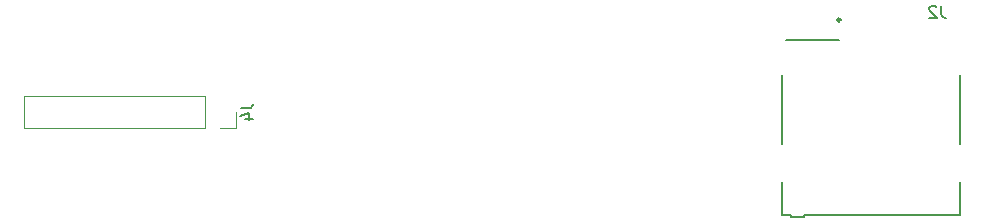
<source format=gbr>
%TF.GenerationSoftware,KiCad,Pcbnew,7.0.11*%
%TF.CreationDate,2025-02-02T20:15:26+02:00*%
%TF.ProjectId,obd_xp,6f62645f-7870-42e6-9b69-6361645f7063,rev?*%
%TF.SameCoordinates,Original*%
%TF.FileFunction,Legend,Bot*%
%TF.FilePolarity,Positive*%
%FSLAX46Y46*%
G04 Gerber Fmt 4.6, Leading zero omitted, Abs format (unit mm)*
G04 Created by KiCad (PCBNEW 7.0.11) date 2025-02-02 20:15:26*
%MOMM*%
%LPD*%
G01*
G04 APERTURE LIST*
%ADD10C,0.150000*%
%ADD11C,0.200000*%
%ADD12C,0.240000*%
%ADD13C,0.120000*%
G04 APERTURE END LIST*
D10*
X103502333Y-134147819D02*
X103502333Y-134862104D01*
X103502333Y-134862104D02*
X103549952Y-135004961D01*
X103549952Y-135004961D02*
X103645190Y-135100200D01*
X103645190Y-135100200D02*
X103788047Y-135147819D01*
X103788047Y-135147819D02*
X103883285Y-135147819D01*
X103073761Y-134243057D02*
X103026142Y-134195438D01*
X103026142Y-134195438D02*
X102930904Y-134147819D01*
X102930904Y-134147819D02*
X102692809Y-134147819D01*
X102692809Y-134147819D02*
X102597571Y-134195438D01*
X102597571Y-134195438D02*
X102549952Y-134243057D01*
X102549952Y-134243057D02*
X102502333Y-134338295D01*
X102502333Y-134338295D02*
X102502333Y-134433533D01*
X102502333Y-134433533D02*
X102549952Y-134576390D01*
X102549952Y-134576390D02*
X103121380Y-135147819D01*
X103121380Y-135147819D02*
X102502333Y-135147819D01*
X44207819Y-142795666D02*
X44922104Y-142795666D01*
X44922104Y-142795666D02*
X45064961Y-142748047D01*
X45064961Y-142748047D02*
X45160200Y-142652809D01*
X45160200Y-142652809D02*
X45207819Y-142509952D01*
X45207819Y-142509952D02*
X45207819Y-142414714D01*
X44541152Y-143700428D02*
X45207819Y-143700428D01*
X44160200Y-143462333D02*
X44874485Y-143224238D01*
X44874485Y-143224238D02*
X44874485Y-143843285D01*
D11*
%TO.C,J2*%
X105094000Y-151808000D02*
X105094000Y-149028000D01*
X105094000Y-151808000D02*
X91844000Y-151808000D01*
X105094000Y-145828000D02*
X105094000Y-140028000D01*
X94844000Y-137058000D02*
X90344000Y-137058000D01*
X91844000Y-152058000D02*
X90744000Y-152058000D01*
X91844000Y-151808000D02*
X91844000Y-152058000D01*
X90744000Y-152058000D02*
X90744000Y-151808000D01*
X90744000Y-151808000D02*
X90044000Y-151808000D01*
X90044000Y-151808000D02*
X90044000Y-149028000D01*
X90044000Y-145828000D02*
X90044000Y-140028000D01*
D12*
X94964000Y-135328000D02*
G75*
G03*
X94724000Y-135328000I-120000J0D01*
G01*
X94724000Y-135328000D02*
G75*
G03*
X94964000Y-135328000I120000J0D01*
G01*
D13*
%TO.C,J4*%
X25853000Y-144459000D02*
X25853000Y-141799000D01*
X41153000Y-144459000D02*
X25853000Y-144459000D01*
X41153000Y-144459000D02*
X41153000Y-141799000D01*
X42423000Y-144459000D02*
X43753000Y-144459000D01*
X43753000Y-144459000D02*
X43753000Y-143129000D01*
X41153000Y-141799000D02*
X25853000Y-141799000D01*
%TD*%
M02*

</source>
